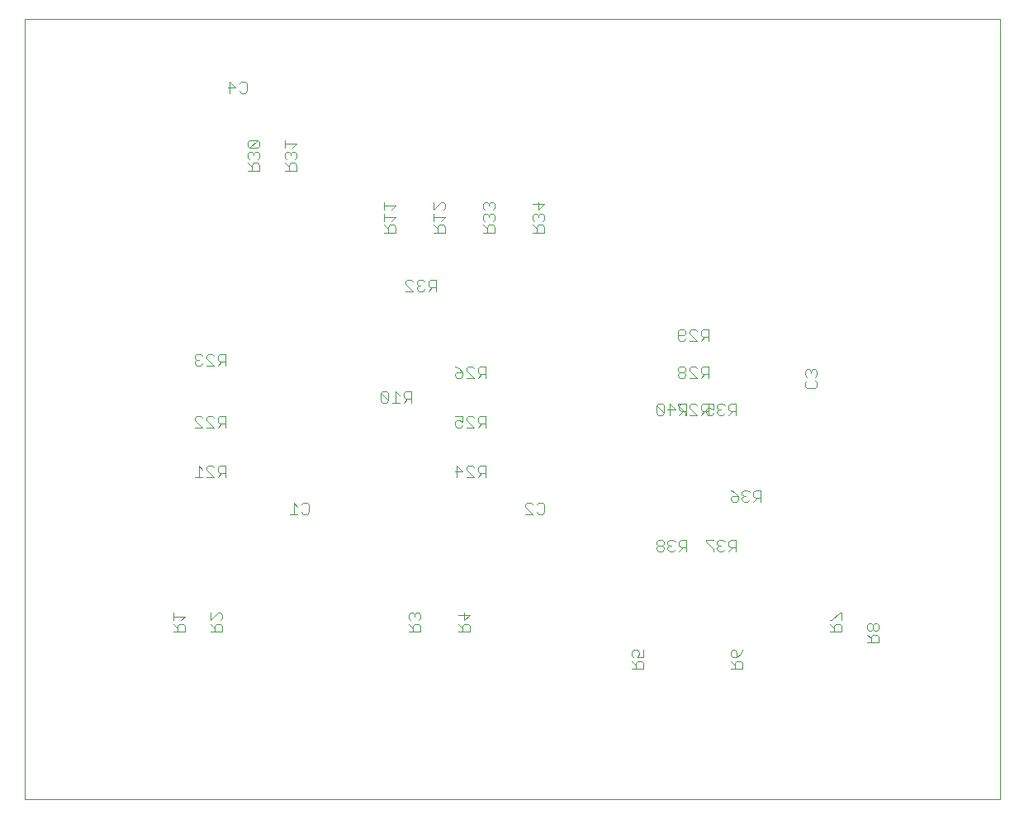
<source format=gbo>
G75*
%MOIN*%
%OFA0B0*%
%FSLAX25Y25*%
%IPPOS*%
%LPD*%
%AMOC8*
5,1,8,0,0,1.08239X$1,22.5*
%
%ADD10C,0.00000*%
%ADD11C,0.00400*%
D10*
X0001800Y0001800D02*
X0001800Y0316761D01*
X0395501Y0316761D01*
X0395501Y0001800D01*
X0001800Y0001800D01*
D11*
X0062000Y0069500D02*
X0066604Y0069500D01*
X0066604Y0071802D01*
X0065837Y0072569D01*
X0064302Y0072569D01*
X0063535Y0071802D01*
X0063535Y0069500D01*
X0063535Y0071035D02*
X0062000Y0072569D01*
X0062000Y0074104D02*
X0062000Y0077173D01*
X0062000Y0075639D02*
X0066604Y0075639D01*
X0065069Y0074104D01*
X0077000Y0074104D02*
X0080069Y0077173D01*
X0080837Y0077173D01*
X0081604Y0076406D01*
X0081604Y0074871D01*
X0080837Y0074104D01*
X0080837Y0072569D02*
X0079302Y0072569D01*
X0078535Y0071802D01*
X0078535Y0069500D01*
X0078535Y0071035D02*
X0077000Y0072569D01*
X0077000Y0074104D02*
X0077000Y0077173D01*
X0080837Y0072569D02*
X0081604Y0071802D01*
X0081604Y0069500D01*
X0077000Y0069500D01*
X0108927Y0117000D02*
X0111996Y0117000D01*
X0110461Y0117000D02*
X0110461Y0121604D01*
X0111996Y0120069D01*
X0113531Y0120837D02*
X0114298Y0121604D01*
X0115833Y0121604D01*
X0116600Y0120837D01*
X0116600Y0117767D01*
X0115833Y0117000D01*
X0114298Y0117000D01*
X0113531Y0117767D01*
X0082912Y0132000D02*
X0082912Y0136604D01*
X0080610Y0136604D01*
X0079843Y0135837D01*
X0079843Y0134302D01*
X0080610Y0133535D01*
X0082912Y0133535D01*
X0081377Y0133535D02*
X0079843Y0132000D01*
X0078308Y0132000D02*
X0075239Y0135069D01*
X0075239Y0135837D01*
X0076006Y0136604D01*
X0077541Y0136604D01*
X0078308Y0135837D01*
X0078308Y0132000D02*
X0075239Y0132000D01*
X0073704Y0132000D02*
X0070635Y0132000D01*
X0072169Y0132000D02*
X0072169Y0136604D01*
X0073704Y0135069D01*
X0073704Y0152000D02*
X0070635Y0152000D01*
X0073704Y0152000D02*
X0070635Y0155069D01*
X0070635Y0155837D01*
X0071402Y0156604D01*
X0072937Y0156604D01*
X0073704Y0155837D01*
X0075239Y0155837D02*
X0076006Y0156604D01*
X0077541Y0156604D01*
X0078308Y0155837D01*
X0079843Y0155837D02*
X0080610Y0156604D01*
X0082912Y0156604D01*
X0082912Y0152000D01*
X0082912Y0153535D02*
X0080610Y0153535D01*
X0079843Y0154302D01*
X0079843Y0155837D01*
X0081377Y0153535D02*
X0079843Y0152000D01*
X0078308Y0152000D02*
X0075239Y0155069D01*
X0075239Y0155837D01*
X0075239Y0152000D02*
X0078308Y0152000D01*
X0078308Y0177000D02*
X0075239Y0177000D01*
X0073704Y0177767D02*
X0072937Y0177000D01*
X0071402Y0177000D01*
X0070635Y0177767D01*
X0070635Y0178535D01*
X0071402Y0179302D01*
X0072169Y0179302D01*
X0071402Y0179302D02*
X0070635Y0180069D01*
X0070635Y0180837D01*
X0071402Y0181604D01*
X0072937Y0181604D01*
X0073704Y0180837D01*
X0075239Y0180837D02*
X0076006Y0181604D01*
X0077541Y0181604D01*
X0078308Y0180837D01*
X0079843Y0180837D02*
X0080610Y0181604D01*
X0082912Y0181604D01*
X0082912Y0177000D01*
X0082912Y0178535D02*
X0080610Y0178535D01*
X0079843Y0179302D01*
X0079843Y0180837D01*
X0081377Y0178535D02*
X0079843Y0177000D01*
X0078308Y0177000D02*
X0075239Y0180069D01*
X0075239Y0180837D01*
X0145635Y0165837D02*
X0145635Y0162767D01*
X0146402Y0162000D01*
X0147937Y0162000D01*
X0148704Y0162767D01*
X0145635Y0165837D01*
X0146402Y0166604D01*
X0147937Y0166604D01*
X0148704Y0165837D01*
X0148704Y0162767D01*
X0150239Y0162000D02*
X0153308Y0162000D01*
X0154843Y0162000D02*
X0156377Y0163535D01*
X0155610Y0163535D02*
X0157912Y0163535D01*
X0157912Y0162000D02*
X0157912Y0166604D01*
X0155610Y0166604D01*
X0154843Y0165837D01*
X0154843Y0164302D01*
X0155610Y0163535D01*
X0153308Y0165069D02*
X0151773Y0166604D01*
X0151773Y0162000D01*
X0175635Y0156604D02*
X0178704Y0156604D01*
X0178704Y0154302D01*
X0177169Y0155069D01*
X0176402Y0155069D01*
X0175635Y0154302D01*
X0175635Y0152767D01*
X0176402Y0152000D01*
X0177937Y0152000D01*
X0178704Y0152767D01*
X0180239Y0152000D02*
X0183308Y0152000D01*
X0180239Y0155069D01*
X0180239Y0155837D01*
X0181006Y0156604D01*
X0182541Y0156604D01*
X0183308Y0155837D01*
X0184843Y0155837D02*
X0185610Y0156604D01*
X0187912Y0156604D01*
X0187912Y0152000D01*
X0187912Y0153535D02*
X0185610Y0153535D01*
X0184843Y0154302D01*
X0184843Y0155837D01*
X0186377Y0153535D02*
X0184843Y0152000D01*
X0185610Y0136604D02*
X0184843Y0135837D01*
X0184843Y0134302D01*
X0185610Y0133535D01*
X0187912Y0133535D01*
X0186377Y0133535D02*
X0184843Y0132000D01*
X0183308Y0132000D02*
X0180239Y0135069D01*
X0180239Y0135837D01*
X0181006Y0136604D01*
X0182541Y0136604D01*
X0183308Y0135837D01*
X0185610Y0136604D02*
X0187912Y0136604D01*
X0187912Y0132000D01*
X0183308Y0132000D02*
X0180239Y0132000D01*
X0178704Y0134302D02*
X0175635Y0134302D01*
X0176402Y0136604D02*
X0178704Y0134302D01*
X0176402Y0132000D02*
X0176402Y0136604D01*
X0203927Y0120837D02*
X0204694Y0121604D01*
X0206229Y0121604D01*
X0206996Y0120837D01*
X0208531Y0120837D02*
X0209298Y0121604D01*
X0210833Y0121604D01*
X0211600Y0120837D01*
X0211600Y0117767D01*
X0210833Y0117000D01*
X0209298Y0117000D01*
X0208531Y0117767D01*
X0206996Y0117000D02*
X0203927Y0120069D01*
X0203927Y0120837D01*
X0203927Y0117000D02*
X0206996Y0117000D01*
X0179302Y0077173D02*
X0179302Y0074104D01*
X0181604Y0076406D01*
X0177000Y0076406D01*
X0177000Y0072569D02*
X0178535Y0071035D01*
X0178535Y0071802D02*
X0178535Y0069500D01*
X0177000Y0069500D02*
X0181604Y0069500D01*
X0181604Y0071802D01*
X0180837Y0072569D01*
X0179302Y0072569D01*
X0178535Y0071802D01*
X0161604Y0071802D02*
X0161604Y0069500D01*
X0157000Y0069500D01*
X0158535Y0069500D02*
X0158535Y0071802D01*
X0159302Y0072569D01*
X0160837Y0072569D01*
X0161604Y0071802D01*
X0160837Y0074104D02*
X0161604Y0074871D01*
X0161604Y0076406D01*
X0160837Y0077173D01*
X0160069Y0077173D01*
X0159302Y0076406D01*
X0158535Y0077173D01*
X0157767Y0077173D01*
X0157000Y0076406D01*
X0157000Y0074871D01*
X0157767Y0074104D01*
X0157000Y0072569D02*
X0158535Y0071035D01*
X0159302Y0075639D02*
X0159302Y0076406D01*
X0247000Y0061406D02*
X0247000Y0059871D01*
X0247767Y0059104D01*
X0249302Y0059104D02*
X0250069Y0060639D01*
X0250069Y0061406D01*
X0249302Y0062173D01*
X0247767Y0062173D01*
X0247000Y0061406D01*
X0249302Y0059104D02*
X0251604Y0059104D01*
X0251604Y0062173D01*
X0250837Y0057569D02*
X0249302Y0057569D01*
X0248535Y0056802D01*
X0248535Y0054500D01*
X0248535Y0056035D02*
X0247000Y0057569D01*
X0247000Y0054500D02*
X0251604Y0054500D01*
X0251604Y0056802D01*
X0250837Y0057569D01*
X0287000Y0057569D02*
X0288535Y0056035D01*
X0288535Y0056802D02*
X0288535Y0054500D01*
X0287000Y0054500D02*
X0291604Y0054500D01*
X0291604Y0056802D01*
X0290837Y0057569D01*
X0289302Y0057569D01*
X0288535Y0056802D01*
X0289302Y0059104D02*
X0289302Y0061406D01*
X0288535Y0062173D01*
X0287767Y0062173D01*
X0287000Y0061406D01*
X0287000Y0059871D01*
X0287767Y0059104D01*
X0289302Y0059104D01*
X0290837Y0060639D01*
X0291604Y0062173D01*
X0327000Y0069500D02*
X0331604Y0069500D01*
X0331604Y0071802D01*
X0330837Y0072569D01*
X0329302Y0072569D01*
X0328535Y0071802D01*
X0328535Y0069500D01*
X0328535Y0071035D02*
X0327000Y0072569D01*
X0327000Y0074104D02*
X0327767Y0074104D01*
X0330837Y0077173D01*
X0331604Y0077173D01*
X0331604Y0074104D01*
X0342000Y0072198D02*
X0342000Y0070663D01*
X0342767Y0069896D01*
X0343535Y0069896D01*
X0344302Y0070663D01*
X0344302Y0072198D01*
X0343535Y0072965D01*
X0342767Y0072965D01*
X0342000Y0072198D01*
X0344302Y0072198D02*
X0345069Y0072965D01*
X0345837Y0072965D01*
X0346604Y0072198D01*
X0346604Y0070663D01*
X0345837Y0069896D01*
X0345069Y0069896D01*
X0344302Y0070663D01*
X0344302Y0068361D02*
X0343535Y0067594D01*
X0343535Y0065292D01*
X0343535Y0066827D02*
X0342000Y0068361D01*
X0344302Y0068361D02*
X0345837Y0068361D01*
X0346604Y0067594D01*
X0346604Y0065292D01*
X0342000Y0065292D01*
X0289100Y0102000D02*
X0289100Y0106604D01*
X0286798Y0106604D01*
X0286031Y0105837D01*
X0286031Y0104302D01*
X0286798Y0103535D01*
X0289100Y0103535D01*
X0287565Y0103535D02*
X0286031Y0102000D01*
X0284496Y0102767D02*
X0283729Y0102000D01*
X0282194Y0102000D01*
X0281427Y0102767D01*
X0281427Y0103535D01*
X0282194Y0104302D01*
X0282961Y0104302D01*
X0282194Y0104302D02*
X0281427Y0105069D01*
X0281427Y0105837D01*
X0282194Y0106604D01*
X0283729Y0106604D01*
X0284496Y0105837D01*
X0279892Y0106604D02*
X0276823Y0106604D01*
X0276823Y0105837D01*
X0279892Y0102767D01*
X0279892Y0102000D01*
X0269100Y0102000D02*
X0269100Y0106604D01*
X0266798Y0106604D01*
X0266031Y0105837D01*
X0266031Y0104302D01*
X0266798Y0103535D01*
X0269100Y0103535D01*
X0267565Y0103535D02*
X0266031Y0102000D01*
X0264496Y0102767D02*
X0263729Y0102000D01*
X0262194Y0102000D01*
X0261427Y0102767D01*
X0261427Y0103535D01*
X0262194Y0104302D01*
X0262961Y0104302D01*
X0262194Y0104302D02*
X0261427Y0105069D01*
X0261427Y0105837D01*
X0262194Y0106604D01*
X0263729Y0106604D01*
X0264496Y0105837D01*
X0259892Y0105837D02*
X0259892Y0105069D01*
X0259125Y0104302D01*
X0257590Y0104302D01*
X0256823Y0103535D01*
X0256823Y0102767D01*
X0257590Y0102000D01*
X0259125Y0102000D01*
X0259892Y0102767D01*
X0259892Y0103535D01*
X0259125Y0104302D01*
X0257590Y0104302D02*
X0256823Y0105069D01*
X0256823Y0105837D01*
X0257590Y0106604D01*
X0259125Y0106604D01*
X0259892Y0105837D01*
X0286823Y0122767D02*
X0286823Y0123535D01*
X0287590Y0124302D01*
X0289892Y0124302D01*
X0289892Y0122767D01*
X0289125Y0122000D01*
X0287590Y0122000D01*
X0286823Y0122767D01*
X0289892Y0124302D02*
X0288358Y0125837D01*
X0286823Y0126604D01*
X0291427Y0125837D02*
X0291427Y0125069D01*
X0292194Y0124302D01*
X0291427Y0123535D01*
X0291427Y0122767D01*
X0292194Y0122000D01*
X0293729Y0122000D01*
X0294496Y0122767D01*
X0296031Y0122000D02*
X0297565Y0123535D01*
X0296798Y0123535D02*
X0299100Y0123535D01*
X0299100Y0122000D02*
X0299100Y0126604D01*
X0296798Y0126604D01*
X0296031Y0125837D01*
X0296031Y0124302D01*
X0296798Y0123535D01*
X0294496Y0125837D02*
X0293729Y0126604D01*
X0292194Y0126604D01*
X0291427Y0125837D01*
X0292194Y0124302D02*
X0292961Y0124302D01*
X0289100Y0157000D02*
X0289100Y0161604D01*
X0286798Y0161604D01*
X0286031Y0160837D01*
X0286031Y0159302D01*
X0286798Y0158535D01*
X0289100Y0158535D01*
X0287565Y0158535D02*
X0286031Y0157000D01*
X0284496Y0157767D02*
X0283729Y0157000D01*
X0282194Y0157000D01*
X0281427Y0157767D01*
X0281427Y0158535D01*
X0282194Y0159302D01*
X0282961Y0159302D01*
X0282194Y0159302D02*
X0281427Y0160069D01*
X0281427Y0160837D01*
X0282194Y0161604D01*
X0283729Y0161604D01*
X0284496Y0160837D01*
X0279892Y0161604D02*
X0279892Y0159302D01*
X0278358Y0160069D01*
X0277590Y0160069D01*
X0276823Y0159302D01*
X0276823Y0157767D01*
X0277590Y0157000D01*
X0279125Y0157000D01*
X0279892Y0157767D01*
X0277912Y0157000D02*
X0277912Y0161604D01*
X0275610Y0161604D01*
X0274843Y0160837D01*
X0274843Y0159302D01*
X0275610Y0158535D01*
X0277912Y0158535D01*
X0276377Y0158535D02*
X0274843Y0157000D01*
X0273308Y0157000D02*
X0270239Y0160069D01*
X0270239Y0160837D01*
X0271006Y0161604D01*
X0272541Y0161604D01*
X0273308Y0160837D01*
X0276823Y0161604D02*
X0279892Y0161604D01*
X0273308Y0157000D02*
X0270239Y0157000D01*
X0269100Y0157000D02*
X0269100Y0161604D01*
X0266798Y0161604D01*
X0266031Y0160837D01*
X0266031Y0159302D01*
X0266798Y0158535D01*
X0269100Y0158535D01*
X0268704Y0157767D02*
X0268704Y0157000D01*
X0268704Y0157767D02*
X0265635Y0160837D01*
X0265635Y0161604D01*
X0268704Y0161604D01*
X0267565Y0158535D02*
X0266031Y0157000D01*
X0264496Y0159302D02*
X0261427Y0159302D01*
X0259892Y0160837D02*
X0259125Y0161604D01*
X0257590Y0161604D01*
X0256823Y0160837D01*
X0259892Y0157767D01*
X0259125Y0157000D01*
X0257590Y0157000D01*
X0256823Y0157767D01*
X0256823Y0160837D01*
X0259892Y0160837D02*
X0259892Y0157767D01*
X0262194Y0157000D02*
X0262194Y0161604D01*
X0264496Y0159302D01*
X0266402Y0172000D02*
X0267937Y0172000D01*
X0268704Y0172767D01*
X0268704Y0173535D01*
X0267937Y0174302D01*
X0266402Y0174302D01*
X0265635Y0173535D01*
X0265635Y0172767D01*
X0266402Y0172000D01*
X0266402Y0174302D02*
X0265635Y0175069D01*
X0265635Y0175837D01*
X0266402Y0176604D01*
X0267937Y0176604D01*
X0268704Y0175837D01*
X0268704Y0175069D01*
X0267937Y0174302D01*
X0270239Y0175069D02*
X0270239Y0175837D01*
X0271006Y0176604D01*
X0272541Y0176604D01*
X0273308Y0175837D01*
X0274843Y0175837D02*
X0274843Y0174302D01*
X0275610Y0173535D01*
X0277912Y0173535D01*
X0276377Y0173535D02*
X0274843Y0172000D01*
X0273308Y0172000D02*
X0270239Y0175069D01*
X0270239Y0172000D02*
X0273308Y0172000D01*
X0277912Y0172000D02*
X0277912Y0176604D01*
X0275610Y0176604D01*
X0274843Y0175837D01*
X0274843Y0187000D02*
X0276377Y0188535D01*
X0275610Y0188535D02*
X0277912Y0188535D01*
X0277912Y0187000D02*
X0277912Y0191604D01*
X0275610Y0191604D01*
X0274843Y0190837D01*
X0274843Y0189302D01*
X0275610Y0188535D01*
X0273308Y0187000D02*
X0270239Y0190069D01*
X0270239Y0190837D01*
X0271006Y0191604D01*
X0272541Y0191604D01*
X0273308Y0190837D01*
X0273308Y0187000D02*
X0270239Y0187000D01*
X0268704Y0187767D02*
X0267937Y0187000D01*
X0266402Y0187000D01*
X0265635Y0187767D01*
X0265635Y0190837D01*
X0266402Y0191604D01*
X0267937Y0191604D01*
X0268704Y0190837D01*
X0268704Y0190069D01*
X0267937Y0189302D01*
X0265635Y0189302D01*
X0317000Y0174698D02*
X0317000Y0173163D01*
X0317767Y0172396D01*
X0317767Y0170861D02*
X0317000Y0170094D01*
X0317000Y0168559D01*
X0317767Y0167792D01*
X0320837Y0167792D01*
X0321604Y0168559D01*
X0321604Y0170094D01*
X0320837Y0170861D01*
X0320837Y0172396D02*
X0321604Y0173163D01*
X0321604Y0174698D01*
X0320837Y0175465D01*
X0320069Y0175465D01*
X0319302Y0174698D01*
X0318535Y0175465D01*
X0317767Y0175465D01*
X0317000Y0174698D01*
X0319302Y0174698D02*
X0319302Y0173931D01*
X0211604Y0230688D02*
X0211604Y0232990D01*
X0210837Y0233757D01*
X0209302Y0233757D01*
X0208535Y0232990D01*
X0208535Y0230688D01*
X0208535Y0232223D02*
X0207000Y0233757D01*
X0207767Y0235292D02*
X0207000Y0236059D01*
X0207000Y0237594D01*
X0207767Y0238361D01*
X0208535Y0238361D01*
X0209302Y0237594D01*
X0209302Y0236827D01*
X0209302Y0237594D02*
X0210069Y0238361D01*
X0210837Y0238361D01*
X0211604Y0237594D01*
X0211604Y0236059D01*
X0210837Y0235292D01*
X0211604Y0230688D02*
X0207000Y0230688D01*
X0209302Y0239896D02*
X0209302Y0242965D01*
X0211604Y0242198D02*
X0209302Y0239896D01*
X0207000Y0242198D02*
X0211604Y0242198D01*
X0191604Y0242198D02*
X0191604Y0240663D01*
X0190837Y0239896D01*
X0190837Y0238361D02*
X0190069Y0238361D01*
X0189302Y0237594D01*
X0188535Y0238361D01*
X0187767Y0238361D01*
X0187000Y0237594D01*
X0187000Y0236059D01*
X0187767Y0235292D01*
X0187000Y0233757D02*
X0188535Y0232223D01*
X0188535Y0232990D02*
X0188535Y0230688D01*
X0187000Y0230688D02*
X0191604Y0230688D01*
X0191604Y0232990D01*
X0190837Y0233757D01*
X0189302Y0233757D01*
X0188535Y0232990D01*
X0190837Y0235292D02*
X0191604Y0236059D01*
X0191604Y0237594D01*
X0190837Y0238361D01*
X0189302Y0237594D02*
X0189302Y0236827D01*
X0187767Y0239896D02*
X0187000Y0240663D01*
X0187000Y0242198D01*
X0187767Y0242965D01*
X0188535Y0242965D01*
X0189302Y0242198D01*
X0189302Y0241431D01*
X0189302Y0242198D02*
X0190069Y0242965D01*
X0190837Y0242965D01*
X0191604Y0242198D01*
X0171604Y0242198D02*
X0171604Y0240663D01*
X0170837Y0239896D01*
X0171604Y0242198D02*
X0170837Y0242965D01*
X0170069Y0242965D01*
X0167000Y0239896D01*
X0167000Y0242965D01*
X0167000Y0238361D02*
X0167000Y0235292D01*
X0167000Y0233757D02*
X0168535Y0232223D01*
X0168535Y0232990D02*
X0168535Y0230688D01*
X0167000Y0230688D02*
X0171604Y0230688D01*
X0171604Y0232990D01*
X0170837Y0233757D01*
X0169302Y0233757D01*
X0168535Y0232990D01*
X0170069Y0235292D02*
X0171604Y0236827D01*
X0167000Y0236827D01*
X0151604Y0236827D02*
X0147000Y0236827D01*
X0147000Y0238361D02*
X0147000Y0235292D01*
X0147000Y0233757D02*
X0148535Y0232223D01*
X0148535Y0232990D02*
X0148535Y0230688D01*
X0147000Y0230688D02*
X0151604Y0230688D01*
X0151604Y0232990D01*
X0150837Y0233757D01*
X0149302Y0233757D01*
X0148535Y0232990D01*
X0150069Y0235292D02*
X0151604Y0236827D01*
X0150069Y0239896D02*
X0151604Y0241431D01*
X0147000Y0241431D01*
X0147000Y0242965D02*
X0147000Y0239896D01*
X0156402Y0211604D02*
X0157937Y0211604D01*
X0158704Y0210837D01*
X0160239Y0210837D02*
X0160239Y0210069D01*
X0161006Y0209302D01*
X0160239Y0208535D01*
X0160239Y0207767D01*
X0161006Y0207000D01*
X0162541Y0207000D01*
X0163308Y0207767D01*
X0164843Y0207000D02*
X0166377Y0208535D01*
X0165610Y0208535D02*
X0167912Y0208535D01*
X0167912Y0207000D02*
X0167912Y0211604D01*
X0165610Y0211604D01*
X0164843Y0210837D01*
X0164843Y0209302D01*
X0165610Y0208535D01*
X0163308Y0210837D02*
X0162541Y0211604D01*
X0161006Y0211604D01*
X0160239Y0210837D01*
X0161006Y0209302D02*
X0161773Y0209302D01*
X0158704Y0207000D02*
X0155635Y0210069D01*
X0155635Y0210837D01*
X0156402Y0211604D01*
X0155635Y0207000D02*
X0158704Y0207000D01*
X0175635Y0176604D02*
X0177169Y0175837D01*
X0178704Y0174302D01*
X0176402Y0174302D01*
X0175635Y0173535D01*
X0175635Y0172767D01*
X0176402Y0172000D01*
X0177937Y0172000D01*
X0178704Y0172767D01*
X0178704Y0174302D01*
X0180239Y0175069D02*
X0183308Y0172000D01*
X0180239Y0172000D01*
X0180239Y0175069D02*
X0180239Y0175837D01*
X0181006Y0176604D01*
X0182541Y0176604D01*
X0183308Y0175837D01*
X0184843Y0175837D02*
X0184843Y0174302D01*
X0185610Y0173535D01*
X0187912Y0173535D01*
X0186377Y0173535D02*
X0184843Y0172000D01*
X0187912Y0172000D02*
X0187912Y0176604D01*
X0185610Y0176604D01*
X0184843Y0175837D01*
X0111604Y0255688D02*
X0107000Y0255688D01*
X0108535Y0255688D02*
X0108535Y0257990D01*
X0109302Y0258757D01*
X0110837Y0258757D01*
X0111604Y0257990D01*
X0111604Y0255688D01*
X0108535Y0257223D02*
X0107000Y0258757D01*
X0107767Y0260292D02*
X0107000Y0261059D01*
X0107000Y0262594D01*
X0107767Y0263361D01*
X0108535Y0263361D01*
X0109302Y0262594D01*
X0109302Y0261827D01*
X0109302Y0262594D02*
X0110069Y0263361D01*
X0110837Y0263361D01*
X0111604Y0262594D01*
X0111604Y0261059D01*
X0110837Y0260292D01*
X0110069Y0264896D02*
X0111604Y0266431D01*
X0107000Y0266431D01*
X0107000Y0267965D02*
X0107000Y0264896D01*
X0096604Y0265663D02*
X0096604Y0267198D01*
X0095837Y0267965D01*
X0092767Y0264896D01*
X0092000Y0265663D01*
X0092000Y0267198D01*
X0092767Y0267965D01*
X0095837Y0267965D01*
X0096604Y0265663D02*
X0095837Y0264896D01*
X0092767Y0264896D01*
X0092767Y0263361D02*
X0092000Y0262594D01*
X0092000Y0261059D01*
X0092767Y0260292D01*
X0092000Y0258757D02*
X0093535Y0257223D01*
X0093535Y0257990D02*
X0093535Y0255688D01*
X0092000Y0255688D02*
X0096604Y0255688D01*
X0096604Y0257990D01*
X0095837Y0258757D01*
X0094302Y0258757D01*
X0093535Y0257990D01*
X0095837Y0260292D02*
X0096604Y0261059D01*
X0096604Y0262594D01*
X0095837Y0263361D01*
X0095069Y0263361D01*
X0094302Y0262594D01*
X0093535Y0263361D01*
X0092767Y0263361D01*
X0094302Y0262594D02*
X0094302Y0261827D01*
X0090833Y0287000D02*
X0089298Y0287000D01*
X0088531Y0287767D01*
X0086996Y0289302D02*
X0084694Y0291604D01*
X0084694Y0287000D01*
X0083927Y0289302D02*
X0086996Y0289302D01*
X0088531Y0290837D02*
X0089298Y0291604D01*
X0090833Y0291604D01*
X0091600Y0290837D01*
X0091600Y0287767D01*
X0090833Y0287000D01*
M02*

</source>
